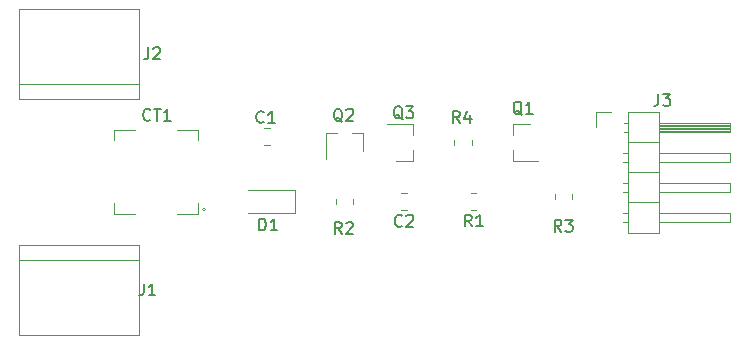
<source format=gbr>
%TF.GenerationSoftware,KiCad,Pcbnew,5.1.10-88a1d61d58~90~ubuntu21.04.1*%
%TF.CreationDate,2021-07-30T13:00:39+02:00*%
%TF.ProjectId,Detector_SMD_AD,44657465-6374-46f7-925f-534d445f4144,rev?*%
%TF.SameCoordinates,Original*%
%TF.FileFunction,Legend,Top*%
%TF.FilePolarity,Positive*%
%FSLAX46Y46*%
G04 Gerber Fmt 4.6, Leading zero omitted, Abs format (unit mm)*
G04 Created by KiCad (PCBNEW 5.1.10-88a1d61d58~90~ubuntu21.04.1) date 2021-07-30 13:00:39*
%MOMM*%
%LPD*%
G01*
G04 APERTURE LIST*
%ADD10C,0.120000*%
%ADD11C,0.150000*%
G04 APERTURE END LIST*
D10*
%TO.C,R4*%
X88235000Y-47272936D02*
X88235000Y-47727064D01*
X86765000Y-47272936D02*
X86765000Y-47727064D01*
%TO.C,R3*%
X96735000Y-51860436D02*
X96735000Y-52314564D01*
X95265000Y-51860436D02*
X95265000Y-52314564D01*
%TO.C,R2*%
X78235000Y-52272936D02*
X78235000Y-52727064D01*
X76765000Y-52272936D02*
X76765000Y-52727064D01*
%TO.C,R1*%
X88639564Y-53235000D02*
X88185436Y-53235000D01*
X88639564Y-51765000D02*
X88185436Y-51765000D01*
%TO.C,Q3*%
X83260000Y-49080000D02*
X83260000Y-48150000D01*
X83260000Y-45920000D02*
X83260000Y-46850000D01*
X83260000Y-45920000D02*
X81100000Y-45920000D01*
X83260000Y-49080000D02*
X81800000Y-49080000D01*
%TO.C,Q2*%
X79080000Y-46740000D02*
X78150000Y-46740000D01*
X75920000Y-46740000D02*
X76850000Y-46740000D01*
X75920000Y-46740000D02*
X75920000Y-48900000D01*
X79080000Y-46740000D02*
X79080000Y-48200000D01*
%TO.C,Q1*%
X91740000Y-45920000D02*
X91740000Y-46850000D01*
X91740000Y-49080000D02*
X91740000Y-48150000D01*
X91740000Y-49080000D02*
X93900000Y-49080000D01*
X91740000Y-45920000D02*
X93200000Y-45920000D01*
%TO.C,J3*%
X101440000Y-44880000D02*
X101440000Y-55160000D01*
X101440000Y-55160000D02*
X104100000Y-55160000D01*
X104100000Y-55160000D02*
X104100000Y-44880000D01*
X104100000Y-44880000D02*
X101440000Y-44880000D01*
X104100000Y-45830000D02*
X110100000Y-45830000D01*
X110100000Y-45830000D02*
X110100000Y-46590000D01*
X110100000Y-46590000D02*
X104100000Y-46590000D01*
X104100000Y-45890000D02*
X110100000Y-45890000D01*
X104100000Y-46010000D02*
X110100000Y-46010000D01*
X104100000Y-46130000D02*
X110100000Y-46130000D01*
X104100000Y-46250000D02*
X110100000Y-46250000D01*
X104100000Y-46370000D02*
X110100000Y-46370000D01*
X104100000Y-46490000D02*
X110100000Y-46490000D01*
X101110000Y-45830000D02*
X101440000Y-45830000D01*
X101110000Y-46590000D02*
X101440000Y-46590000D01*
X101440000Y-47480000D02*
X104100000Y-47480000D01*
X104100000Y-48370000D02*
X110100000Y-48370000D01*
X110100000Y-48370000D02*
X110100000Y-49130000D01*
X110100000Y-49130000D02*
X104100000Y-49130000D01*
X101042929Y-48370000D02*
X101440000Y-48370000D01*
X101042929Y-49130000D02*
X101440000Y-49130000D01*
X101440000Y-50020000D02*
X104100000Y-50020000D01*
X104100000Y-50910000D02*
X110100000Y-50910000D01*
X110100000Y-50910000D02*
X110100000Y-51670000D01*
X110100000Y-51670000D02*
X104100000Y-51670000D01*
X101042929Y-50910000D02*
X101440000Y-50910000D01*
X101042929Y-51670000D02*
X101440000Y-51670000D01*
X101440000Y-52560000D02*
X104100000Y-52560000D01*
X104100000Y-53450000D02*
X110100000Y-53450000D01*
X110100000Y-53450000D02*
X110100000Y-54210000D01*
X110100000Y-54210000D02*
X104100000Y-54210000D01*
X101042929Y-53450000D02*
X101440000Y-53450000D01*
X101042929Y-54210000D02*
X101440000Y-54210000D01*
X98730000Y-46210000D02*
X98730000Y-44940000D01*
X98730000Y-44940000D02*
X100000000Y-44940000D01*
%TO.C,C2*%
X82761252Y-53235000D02*
X82238748Y-53235000D01*
X82761252Y-51765000D02*
X82238748Y-51765000D01*
%TO.C,J2*%
X60120000Y-42540000D02*
X49960000Y-42540000D01*
X60120000Y-43810000D02*
X60120000Y-36190000D01*
X60120000Y-36190000D02*
X49960000Y-36190000D01*
X49960000Y-36190000D02*
X49960000Y-43810000D01*
X49960000Y-43810000D02*
X60120000Y-43810000D01*
%TO.C,J1*%
X49880000Y-57460000D02*
X60040000Y-57460000D01*
X49880000Y-56190000D02*
X49880000Y-63810000D01*
X49880000Y-63810000D02*
X60040000Y-63810000D01*
X60040000Y-63810000D02*
X60040000Y-56190000D01*
X60040000Y-56190000D02*
X49880000Y-56190000D01*
%TO.C,D1*%
X73250000Y-53500000D02*
X73250000Y-51500000D01*
X73250000Y-51500000D02*
X69350000Y-51500000D01*
X73250000Y-53500000D02*
X69350000Y-53500000D01*
%TO.C,CT1*%
X65067199Y-52667000D02*
X65067199Y-53556000D01*
X65067199Y-53556000D02*
X63289199Y-53556000D01*
X59733199Y-53556000D02*
X57955199Y-53556000D01*
X57955199Y-53556000D02*
X57955199Y-52667000D01*
X57955199Y-47333000D02*
X57955199Y-46444000D01*
X57955199Y-46444000D02*
X59733199Y-46444000D01*
X63289199Y-46444000D02*
X65067199Y-46444000D01*
X65067199Y-46444000D02*
X65067199Y-47333000D01*
X65676799Y-53175000D02*
G75*
G03*
X65676799Y-53175000I-101600J0D01*
G01*
%TO.C,C1*%
X71211252Y-47735000D02*
X70688748Y-47735000D01*
X71211252Y-46265000D02*
X70688748Y-46265000D01*
%TO.C,R4*%
D11*
X87233333Y-45852380D02*
X86900000Y-45376190D01*
X86661904Y-45852380D02*
X86661904Y-44852380D01*
X87042857Y-44852380D01*
X87138095Y-44900000D01*
X87185714Y-44947619D01*
X87233333Y-45042857D01*
X87233333Y-45185714D01*
X87185714Y-45280952D01*
X87138095Y-45328571D01*
X87042857Y-45376190D01*
X86661904Y-45376190D01*
X88090476Y-45185714D02*
X88090476Y-45852380D01*
X87852380Y-44804761D02*
X87614285Y-45519047D01*
X88233333Y-45519047D01*
%TO.C,R3*%
X95833333Y-55052380D02*
X95500000Y-54576190D01*
X95261904Y-55052380D02*
X95261904Y-54052380D01*
X95642857Y-54052380D01*
X95738095Y-54100000D01*
X95785714Y-54147619D01*
X95833333Y-54242857D01*
X95833333Y-54385714D01*
X95785714Y-54480952D01*
X95738095Y-54528571D01*
X95642857Y-54576190D01*
X95261904Y-54576190D01*
X96166666Y-54052380D02*
X96785714Y-54052380D01*
X96452380Y-54433333D01*
X96595238Y-54433333D01*
X96690476Y-54480952D01*
X96738095Y-54528571D01*
X96785714Y-54623809D01*
X96785714Y-54861904D01*
X96738095Y-54957142D01*
X96690476Y-55004761D01*
X96595238Y-55052380D01*
X96309523Y-55052380D01*
X96214285Y-55004761D01*
X96166666Y-54957142D01*
%TO.C,R2*%
X77233333Y-55252380D02*
X76900000Y-54776190D01*
X76661904Y-55252380D02*
X76661904Y-54252380D01*
X77042857Y-54252380D01*
X77138095Y-54300000D01*
X77185714Y-54347619D01*
X77233333Y-54442857D01*
X77233333Y-54585714D01*
X77185714Y-54680952D01*
X77138095Y-54728571D01*
X77042857Y-54776190D01*
X76661904Y-54776190D01*
X77614285Y-54347619D02*
X77661904Y-54300000D01*
X77757142Y-54252380D01*
X77995238Y-54252380D01*
X78090476Y-54300000D01*
X78138095Y-54347619D01*
X78185714Y-54442857D01*
X78185714Y-54538095D01*
X78138095Y-54680952D01*
X77566666Y-55252380D01*
X78185714Y-55252380D01*
%TO.C,R1*%
X88245833Y-54602380D02*
X87912500Y-54126190D01*
X87674404Y-54602380D02*
X87674404Y-53602380D01*
X88055357Y-53602380D01*
X88150595Y-53650000D01*
X88198214Y-53697619D01*
X88245833Y-53792857D01*
X88245833Y-53935714D01*
X88198214Y-54030952D01*
X88150595Y-54078571D01*
X88055357Y-54126190D01*
X87674404Y-54126190D01*
X89198214Y-54602380D02*
X88626785Y-54602380D01*
X88912500Y-54602380D02*
X88912500Y-53602380D01*
X88817261Y-53745238D01*
X88722023Y-53840476D01*
X88626785Y-53888095D01*
%TO.C,Q3*%
X82404761Y-45547619D02*
X82309523Y-45500000D01*
X82214285Y-45404761D01*
X82071428Y-45261904D01*
X81976190Y-45214285D01*
X81880952Y-45214285D01*
X81928571Y-45452380D02*
X81833333Y-45404761D01*
X81738095Y-45309523D01*
X81690476Y-45119047D01*
X81690476Y-44785714D01*
X81738095Y-44595238D01*
X81833333Y-44500000D01*
X81928571Y-44452380D01*
X82119047Y-44452380D01*
X82214285Y-44500000D01*
X82309523Y-44595238D01*
X82357142Y-44785714D01*
X82357142Y-45119047D01*
X82309523Y-45309523D01*
X82214285Y-45404761D01*
X82119047Y-45452380D01*
X81928571Y-45452380D01*
X82690476Y-44452380D02*
X83309523Y-44452380D01*
X82976190Y-44833333D01*
X83119047Y-44833333D01*
X83214285Y-44880952D01*
X83261904Y-44928571D01*
X83309523Y-45023809D01*
X83309523Y-45261904D01*
X83261904Y-45357142D01*
X83214285Y-45404761D01*
X83119047Y-45452380D01*
X82833333Y-45452380D01*
X82738095Y-45404761D01*
X82690476Y-45357142D01*
%TO.C,Q2*%
X77304761Y-45747619D02*
X77209523Y-45700000D01*
X77114285Y-45604761D01*
X76971428Y-45461904D01*
X76876190Y-45414285D01*
X76780952Y-45414285D01*
X76828571Y-45652380D02*
X76733333Y-45604761D01*
X76638095Y-45509523D01*
X76590476Y-45319047D01*
X76590476Y-44985714D01*
X76638095Y-44795238D01*
X76733333Y-44700000D01*
X76828571Y-44652380D01*
X77019047Y-44652380D01*
X77114285Y-44700000D01*
X77209523Y-44795238D01*
X77257142Y-44985714D01*
X77257142Y-45319047D01*
X77209523Y-45509523D01*
X77114285Y-45604761D01*
X77019047Y-45652380D01*
X76828571Y-45652380D01*
X77638095Y-44747619D02*
X77685714Y-44700000D01*
X77780952Y-44652380D01*
X78019047Y-44652380D01*
X78114285Y-44700000D01*
X78161904Y-44747619D01*
X78209523Y-44842857D01*
X78209523Y-44938095D01*
X78161904Y-45080952D01*
X77590476Y-45652380D01*
X78209523Y-45652380D01*
%TO.C,Q1*%
X92504761Y-45147619D02*
X92409523Y-45100000D01*
X92314285Y-45004761D01*
X92171428Y-44861904D01*
X92076190Y-44814285D01*
X91980952Y-44814285D01*
X92028571Y-45052380D02*
X91933333Y-45004761D01*
X91838095Y-44909523D01*
X91790476Y-44719047D01*
X91790476Y-44385714D01*
X91838095Y-44195238D01*
X91933333Y-44100000D01*
X92028571Y-44052380D01*
X92219047Y-44052380D01*
X92314285Y-44100000D01*
X92409523Y-44195238D01*
X92457142Y-44385714D01*
X92457142Y-44719047D01*
X92409523Y-44909523D01*
X92314285Y-45004761D01*
X92219047Y-45052380D01*
X92028571Y-45052380D01*
X93409523Y-45052380D02*
X92838095Y-45052380D01*
X93123809Y-45052380D02*
X93123809Y-44052380D01*
X93028571Y-44195238D01*
X92933333Y-44290476D01*
X92838095Y-44338095D01*
%TO.C,J3*%
X104051666Y-43392380D02*
X104051666Y-44106666D01*
X104004047Y-44249523D01*
X103908809Y-44344761D01*
X103765952Y-44392380D01*
X103670714Y-44392380D01*
X104432619Y-43392380D02*
X105051666Y-43392380D01*
X104718333Y-43773333D01*
X104861190Y-43773333D01*
X104956428Y-43820952D01*
X105004047Y-43868571D01*
X105051666Y-43963809D01*
X105051666Y-44201904D01*
X105004047Y-44297142D01*
X104956428Y-44344761D01*
X104861190Y-44392380D01*
X104575476Y-44392380D01*
X104480238Y-44344761D01*
X104432619Y-44297142D01*
%TO.C,C2*%
X82333333Y-54537142D02*
X82285714Y-54584761D01*
X82142857Y-54632380D01*
X82047619Y-54632380D01*
X81904761Y-54584761D01*
X81809523Y-54489523D01*
X81761904Y-54394285D01*
X81714285Y-54203809D01*
X81714285Y-54060952D01*
X81761904Y-53870476D01*
X81809523Y-53775238D01*
X81904761Y-53680000D01*
X82047619Y-53632380D01*
X82142857Y-53632380D01*
X82285714Y-53680000D01*
X82333333Y-53727619D01*
X82714285Y-53727619D02*
X82761904Y-53680000D01*
X82857142Y-53632380D01*
X83095238Y-53632380D01*
X83190476Y-53680000D01*
X83238095Y-53727619D01*
X83285714Y-53822857D01*
X83285714Y-53918095D01*
X83238095Y-54060952D01*
X82666666Y-54632380D01*
X83285714Y-54632380D01*
%TO.C,J2*%
X60866666Y-39452380D02*
X60866666Y-40166666D01*
X60819047Y-40309523D01*
X60723809Y-40404761D01*
X60580952Y-40452380D01*
X60485714Y-40452380D01*
X61295238Y-39547619D02*
X61342857Y-39500000D01*
X61438095Y-39452380D01*
X61676190Y-39452380D01*
X61771428Y-39500000D01*
X61819047Y-39547619D01*
X61866666Y-39642857D01*
X61866666Y-39738095D01*
X61819047Y-39880952D01*
X61247619Y-40452380D01*
X61866666Y-40452380D01*
%TO.C,J1*%
X60466666Y-59452380D02*
X60466666Y-60166666D01*
X60419047Y-60309523D01*
X60323809Y-60404761D01*
X60180952Y-60452380D01*
X60085714Y-60452380D01*
X61466666Y-60452380D02*
X60895238Y-60452380D01*
X61180952Y-60452380D02*
X61180952Y-59452380D01*
X61085714Y-59595238D01*
X60990476Y-59690476D01*
X60895238Y-59738095D01*
%TO.C,D1*%
X70261904Y-54952380D02*
X70261904Y-53952380D01*
X70500000Y-53952380D01*
X70642857Y-54000000D01*
X70738095Y-54095238D01*
X70785714Y-54190476D01*
X70833333Y-54380952D01*
X70833333Y-54523809D01*
X70785714Y-54714285D01*
X70738095Y-54809523D01*
X70642857Y-54904761D01*
X70500000Y-54952380D01*
X70261904Y-54952380D01*
X71785714Y-54952380D02*
X71214285Y-54952380D01*
X71500000Y-54952380D02*
X71500000Y-53952380D01*
X71404761Y-54095238D01*
X71309523Y-54190476D01*
X71214285Y-54238095D01*
%TO.C,CT1*%
X61052380Y-45557142D02*
X61004761Y-45604761D01*
X60861904Y-45652380D01*
X60766666Y-45652380D01*
X60623809Y-45604761D01*
X60528571Y-45509523D01*
X60480952Y-45414285D01*
X60433333Y-45223809D01*
X60433333Y-45080952D01*
X60480952Y-44890476D01*
X60528571Y-44795238D01*
X60623809Y-44700000D01*
X60766666Y-44652380D01*
X60861904Y-44652380D01*
X61004761Y-44700000D01*
X61052380Y-44747619D01*
X61338095Y-44652380D02*
X61909523Y-44652380D01*
X61623809Y-45652380D02*
X61623809Y-44652380D01*
X62766666Y-45652380D02*
X62195238Y-45652380D01*
X62480952Y-45652380D02*
X62480952Y-44652380D01*
X62385714Y-44795238D01*
X62290476Y-44890476D01*
X62195238Y-44938095D01*
%TO.C,C1*%
X70633333Y-45757142D02*
X70585714Y-45804761D01*
X70442857Y-45852380D01*
X70347619Y-45852380D01*
X70204761Y-45804761D01*
X70109523Y-45709523D01*
X70061904Y-45614285D01*
X70014285Y-45423809D01*
X70014285Y-45280952D01*
X70061904Y-45090476D01*
X70109523Y-44995238D01*
X70204761Y-44900000D01*
X70347619Y-44852380D01*
X70442857Y-44852380D01*
X70585714Y-44900000D01*
X70633333Y-44947619D01*
X71585714Y-45852380D02*
X71014285Y-45852380D01*
X71300000Y-45852380D02*
X71300000Y-44852380D01*
X71204761Y-44995238D01*
X71109523Y-45090476D01*
X71014285Y-45138095D01*
%TD*%
M02*

</source>
